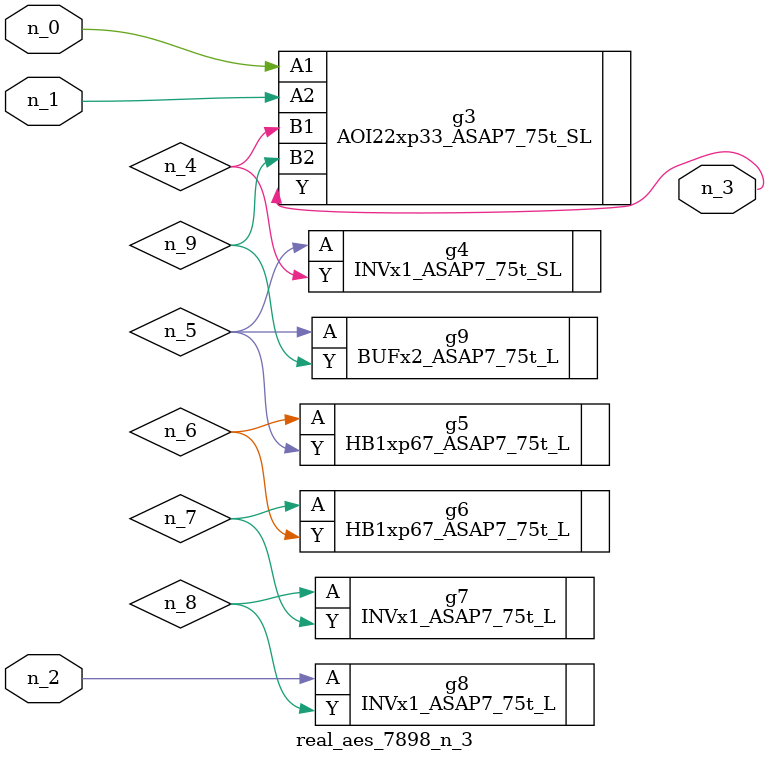
<source format=v>
module real_aes_7898_n_3 (n_0, n_2, n_1, n_3);
input n_0;
input n_2;
input n_1;
output n_3;
wire n_4;
wire n_5;
wire n_7;
wire n_9;
wire n_6;
wire n_8;
AOI22xp33_ASAP7_75t_SL g3 ( .A1(n_0), .A2(n_1), .B1(n_4), .B2(n_9), .Y(n_3) );
INVx1_ASAP7_75t_L g8 ( .A(n_2), .Y(n_8) );
INVx1_ASAP7_75t_SL g4 ( .A(n_5), .Y(n_4) );
BUFx2_ASAP7_75t_L g9 ( .A(n_5), .Y(n_9) );
HB1xp67_ASAP7_75t_L g5 ( .A(n_6), .Y(n_5) );
HB1xp67_ASAP7_75t_L g6 ( .A(n_7), .Y(n_6) );
INVx1_ASAP7_75t_L g7 ( .A(n_8), .Y(n_7) );
endmodule
</source>
